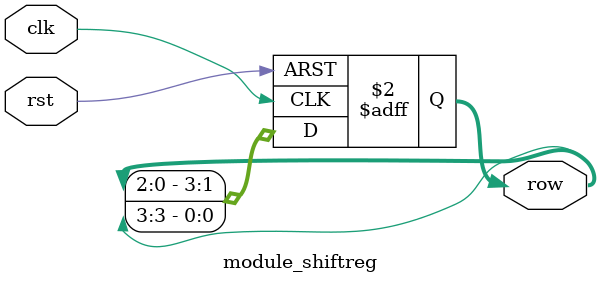
<source format=sv>
module module_shiftreg  (
    input logic rst, clk,
    output logic [3:0] row
);

always_ff @( posedge clk or posedge rst ) begin 

    if (rst) begin
        row<=4'b1110; // con pull-up
    end else begin
        row <= {row[2:0], row[3]};
    end
    
end
    
endmodule

</source>
